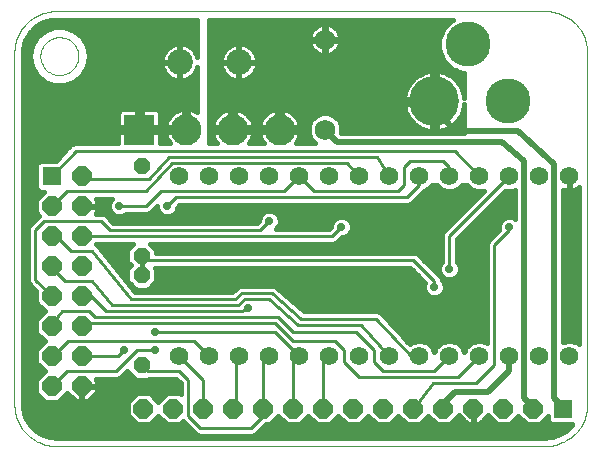
<source format=gtl>
G75*
G70*
%OFA0B0*%
%FSLAX24Y24*%
%IPPOS*%
%LPD*%
%AMOC8*
5,1,8,0,0,1.08239X$1,22.5*
%
%ADD10C,0.0000*%
%ADD11C,0.1660*%
%ADD12C,0.1502*%
%ADD13OC8,0.0560*%
%ADD14R,0.0640X0.0640*%
%ADD15OC8,0.0640*%
%ADD16C,0.1033*%
%ADD17R,0.1033X0.1033*%
%ADD18C,0.0680*%
%ADD19C,0.0620*%
%ADD20C,0.0860*%
%ADD21C,0.0200*%
%ADD22C,0.0160*%
%ADD23C,0.0280*%
%ADD24C,0.0100*%
D10*
X001580Y000180D02*
X017880Y000180D01*
X017953Y000182D01*
X018026Y000188D01*
X018099Y000197D01*
X018171Y000211D01*
X018242Y000228D01*
X018313Y000249D01*
X018382Y000273D01*
X018449Y000301D01*
X018516Y000333D01*
X018580Y000368D01*
X018642Y000406D01*
X018703Y000447D01*
X018761Y000492D01*
X018817Y000540D01*
X018870Y000590D01*
X018920Y000643D01*
X018968Y000699D01*
X019013Y000757D01*
X019054Y000818D01*
X019092Y000880D01*
X019127Y000944D01*
X019159Y001011D01*
X019187Y001078D01*
X019211Y001147D01*
X019232Y001218D01*
X019249Y001289D01*
X019263Y001361D01*
X019272Y001434D01*
X019278Y001507D01*
X019280Y001580D01*
X019280Y013280D01*
X019278Y013353D01*
X019272Y013426D01*
X019263Y013499D01*
X019249Y013571D01*
X019232Y013642D01*
X019211Y013713D01*
X019187Y013782D01*
X019159Y013849D01*
X019127Y013916D01*
X019092Y013980D01*
X019054Y014042D01*
X019013Y014103D01*
X018968Y014161D01*
X018920Y014217D01*
X018870Y014270D01*
X018817Y014320D01*
X018761Y014368D01*
X018703Y014413D01*
X018642Y014454D01*
X018580Y014492D01*
X018516Y014527D01*
X018449Y014559D01*
X018382Y014587D01*
X018313Y014611D01*
X018242Y014632D01*
X018171Y014649D01*
X018099Y014663D01*
X018026Y014672D01*
X017953Y014678D01*
X017880Y014680D01*
X001580Y014680D01*
X001507Y014678D01*
X001434Y014672D01*
X001361Y014663D01*
X001289Y014649D01*
X001218Y014632D01*
X001147Y014611D01*
X001078Y014587D01*
X001011Y014559D01*
X000944Y014527D01*
X000880Y014492D01*
X000818Y014454D01*
X000757Y014413D01*
X000699Y014368D01*
X000643Y014320D01*
X000590Y014270D01*
X000540Y014217D01*
X000492Y014161D01*
X000447Y014103D01*
X000406Y014042D01*
X000368Y013980D01*
X000333Y013916D01*
X000301Y013849D01*
X000273Y013782D01*
X000249Y013713D01*
X000228Y013642D01*
X000211Y013571D01*
X000197Y013499D01*
X000188Y013426D01*
X000182Y013353D01*
X000180Y013280D01*
X000180Y001580D01*
X000182Y001507D01*
X000188Y001434D01*
X000197Y001361D01*
X000211Y001289D01*
X000228Y001218D01*
X000249Y001147D01*
X000273Y001078D01*
X000301Y001011D01*
X000333Y000944D01*
X000368Y000880D01*
X000406Y000818D01*
X000447Y000757D01*
X000492Y000699D01*
X000540Y000643D01*
X000590Y000590D01*
X000643Y000540D01*
X000699Y000492D01*
X000757Y000447D01*
X000818Y000406D01*
X000880Y000368D01*
X000944Y000333D01*
X001011Y000301D01*
X001078Y000273D01*
X001147Y000249D01*
X001218Y000228D01*
X001289Y000211D01*
X001361Y000197D01*
X001434Y000188D01*
X001507Y000182D01*
X001580Y000180D01*
X001050Y013180D02*
X001052Y013230D01*
X001058Y013280D01*
X001068Y013329D01*
X001082Y013377D01*
X001099Y013424D01*
X001120Y013469D01*
X001145Y013513D01*
X001173Y013554D01*
X001205Y013593D01*
X001239Y013630D01*
X001276Y013664D01*
X001316Y013694D01*
X001358Y013721D01*
X001402Y013745D01*
X001448Y013766D01*
X001495Y013782D01*
X001543Y013795D01*
X001593Y013804D01*
X001642Y013809D01*
X001693Y013810D01*
X001743Y013807D01*
X001792Y013800D01*
X001841Y013789D01*
X001889Y013774D01*
X001935Y013756D01*
X001980Y013734D01*
X002023Y013708D01*
X002064Y013679D01*
X002103Y013647D01*
X002139Y013612D01*
X002171Y013574D01*
X002201Y013534D01*
X002228Y013491D01*
X002251Y013447D01*
X002270Y013401D01*
X002286Y013353D01*
X002298Y013304D01*
X002306Y013255D01*
X002310Y013205D01*
X002310Y013155D01*
X002306Y013105D01*
X002298Y013056D01*
X002286Y013007D01*
X002270Y012959D01*
X002251Y012913D01*
X002228Y012869D01*
X002201Y012826D01*
X002171Y012786D01*
X002139Y012748D01*
X002103Y012713D01*
X002064Y012681D01*
X002023Y012652D01*
X001980Y012626D01*
X001935Y012604D01*
X001889Y012586D01*
X001841Y012571D01*
X001792Y012560D01*
X001743Y012553D01*
X001693Y012550D01*
X001642Y012551D01*
X001593Y012556D01*
X001543Y012565D01*
X001495Y012578D01*
X001448Y012594D01*
X001402Y012615D01*
X001358Y012639D01*
X001316Y012666D01*
X001276Y012696D01*
X001239Y012730D01*
X001205Y012767D01*
X001173Y012806D01*
X001145Y012847D01*
X001120Y012891D01*
X001099Y012936D01*
X001082Y012983D01*
X001068Y013031D01*
X001058Y013080D01*
X001052Y013130D01*
X001050Y013180D01*
D11*
X014176Y011680D03*
D12*
X015298Y013570D03*
X016636Y011680D03*
D13*
X004430Y009530D03*
X004430Y006530D03*
X004430Y005880D03*
X004430Y002880D03*
D14*
X001430Y009180D03*
X018480Y001430D03*
D15*
X017480Y001430D03*
X016480Y001430D03*
X015480Y001430D03*
X014480Y001430D03*
X013480Y001430D03*
X012480Y001430D03*
X011480Y001430D03*
X010480Y001430D03*
X009480Y001430D03*
X008480Y001430D03*
X007480Y001430D03*
X006480Y001430D03*
X005480Y001430D03*
X004480Y001430D03*
X002430Y002180D03*
X001430Y002180D03*
X001430Y003180D03*
X002430Y003180D03*
X002430Y004180D03*
X001430Y004180D03*
X001430Y005180D03*
X002430Y005180D03*
X002430Y006180D03*
X001430Y006180D03*
X001430Y007180D03*
X002430Y007180D03*
X002430Y008180D03*
X001430Y008180D03*
X002430Y009180D03*
D16*
X005900Y010730D03*
X007460Y010730D03*
X009020Y010730D03*
D17*
X004340Y010730D03*
D18*
X010530Y010730D03*
X010530Y013730D03*
D19*
X010680Y009180D03*
X009680Y009180D03*
X008680Y009180D03*
X007680Y009180D03*
X006680Y009180D03*
X005680Y009180D03*
X011680Y009180D03*
X012680Y009180D03*
X013680Y009180D03*
X014680Y009180D03*
X015680Y009180D03*
X016680Y009180D03*
X017680Y009180D03*
X018680Y009180D03*
X018680Y003180D03*
X017680Y003180D03*
X016680Y003180D03*
X015680Y003180D03*
X014680Y003180D03*
X013680Y003180D03*
X012680Y003180D03*
X011680Y003180D03*
X010680Y003180D03*
X009680Y003180D03*
X008680Y003180D03*
X007680Y003180D03*
X006680Y003180D03*
X005680Y003180D03*
D20*
X005696Y012980D03*
X007664Y012980D03*
D21*
X010530Y010730D02*
X010930Y010330D01*
X016430Y010330D01*
X017180Y009680D01*
X017180Y001780D01*
X017480Y001480D01*
X017480Y001430D01*
X018180Y001780D02*
X018180Y009580D01*
X016980Y010680D01*
X014880Y010680D01*
X014080Y011580D01*
X014276Y011580D01*
X014176Y011680D01*
X016680Y003180D02*
X016680Y002680D01*
X015980Y001980D01*
X014880Y001980D01*
X014480Y001580D01*
X014480Y001430D01*
X018180Y001780D02*
X018480Y001480D01*
X018480Y001430D01*
D22*
X000898Y000691D02*
X000691Y000898D01*
X000545Y001151D01*
X000470Y001434D01*
X000460Y001580D01*
X000460Y013280D01*
X000470Y013426D01*
X000545Y013709D01*
X000545Y013709D01*
X000691Y013962D01*
X000898Y014169D01*
X001151Y014315D01*
X001395Y014380D01*
X006280Y014380D01*
X006280Y013156D01*
X006261Y013214D01*
X006217Y013300D01*
X006161Y013377D01*
X006093Y013445D01*
X006015Y013502D01*
X005930Y013545D01*
X005839Y013575D01*
X005744Y013590D01*
X005714Y013590D01*
X005714Y012998D01*
X005677Y012998D01*
X005677Y012962D01*
X005086Y012962D01*
X005086Y012932D01*
X005101Y012837D01*
X005130Y012746D01*
X005174Y012660D01*
X005230Y012583D01*
X005298Y012515D01*
X005376Y012458D01*
X005462Y012415D01*
X005553Y012385D01*
X005648Y012370D01*
X005677Y012370D01*
X005677Y012962D01*
X005714Y012962D01*
X005714Y012370D01*
X005744Y012370D01*
X005839Y012385D01*
X005930Y012415D01*
X006015Y012458D01*
X006093Y012515D01*
X006161Y012583D01*
X006217Y012660D01*
X006261Y012746D01*
X006280Y012804D01*
X006280Y011315D01*
X006209Y011356D01*
X006124Y011391D01*
X006036Y011415D01*
X005980Y011422D01*
X005980Y010810D01*
X005820Y010810D01*
X005820Y011422D01*
X005764Y011415D01*
X005676Y011391D01*
X005591Y011356D01*
X005512Y011311D01*
X005440Y011255D01*
X005375Y011190D01*
X005319Y011118D01*
X005274Y011039D01*
X005239Y010954D01*
X005215Y010866D01*
X005208Y010810D01*
X005820Y010810D01*
X005820Y010650D01*
X005208Y010650D01*
X005215Y010594D01*
X005239Y010506D01*
X005274Y010421D01*
X005319Y010342D01*
X005367Y010280D01*
X005037Y010280D01*
X005037Y010650D01*
X004420Y010650D01*
X004420Y010810D01*
X004260Y010810D01*
X004260Y011427D01*
X003800Y011427D01*
X003754Y011414D01*
X003713Y011391D01*
X003679Y011357D01*
X003656Y011316D01*
X003643Y011270D01*
X003643Y010810D01*
X004260Y010810D01*
X004260Y010650D01*
X003643Y010650D01*
X003643Y010280D01*
X002276Y010280D01*
X002272Y010281D01*
X002226Y010280D01*
X002180Y010280D01*
X002177Y010278D01*
X002173Y010278D01*
X002131Y010260D01*
X002088Y010242D01*
X002086Y010239D01*
X002082Y010238D01*
X002051Y010204D01*
X002018Y010172D01*
X002017Y010168D01*
X001576Y009700D01*
X001027Y009700D01*
X000910Y009583D01*
X000910Y008777D01*
X001027Y008660D01*
X001175Y008660D01*
X000910Y008395D01*
X000910Y007965D01*
X001011Y007864D01*
X000968Y007822D01*
X000668Y007522D01*
X000630Y007430D01*
X000630Y005680D01*
X000668Y005588D01*
X000738Y005518D01*
X000910Y005346D01*
X000910Y004965D01*
X001195Y004680D01*
X000910Y004395D01*
X000910Y003965D01*
X001195Y003680D01*
X000910Y003395D01*
X000910Y002965D01*
X001195Y002680D01*
X000910Y002395D01*
X000910Y001965D01*
X001215Y001660D01*
X001645Y001660D01*
X001944Y001959D01*
X002223Y001680D01*
X002410Y001680D01*
X002410Y002160D01*
X002450Y002160D01*
X002450Y002200D01*
X002930Y002200D01*
X002930Y002387D01*
X002887Y002430D01*
X003630Y002430D01*
X003722Y002468D01*
X003950Y002696D01*
X003950Y002681D01*
X004231Y002400D01*
X004629Y002400D01*
X004659Y002430D01*
X005576Y002430D01*
X005730Y002276D01*
X005730Y001915D01*
X005695Y001950D01*
X005265Y001950D01*
X004980Y001665D01*
X004695Y001950D01*
X004265Y001950D01*
X003960Y001645D01*
X003960Y001215D01*
X004265Y000910D01*
X004695Y000910D01*
X004980Y001195D01*
X005265Y000910D01*
X005695Y000910D01*
X005796Y001011D01*
X005838Y000968D01*
X006238Y000568D01*
X006330Y000530D01*
X008130Y000530D01*
X008222Y000568D01*
X008292Y000638D01*
X008564Y000910D01*
X008695Y000910D01*
X008980Y001195D01*
X009265Y000910D01*
X009695Y000910D01*
X009980Y001195D01*
X010265Y000910D01*
X010695Y000910D01*
X010980Y001195D01*
X011265Y000910D01*
X011695Y000910D01*
X011980Y001195D01*
X012265Y000910D01*
X012695Y000910D01*
X012980Y001195D01*
X013265Y000910D01*
X013695Y000910D01*
X013980Y001195D01*
X014265Y000910D01*
X014695Y000910D01*
X014994Y001209D01*
X015273Y000930D01*
X015460Y000930D01*
X015460Y001410D01*
X015500Y001410D01*
X015500Y000930D01*
X015687Y000930D01*
X015966Y001209D01*
X016265Y000910D01*
X016695Y000910D01*
X016980Y001195D01*
X017265Y000910D01*
X017695Y000910D01*
X017960Y001175D01*
X017960Y001027D01*
X018077Y000910D01*
X018775Y000910D01*
X018769Y000898D01*
X018562Y000691D01*
X018309Y000545D01*
X018026Y000470D01*
X017880Y000460D01*
X001580Y000460D01*
X001434Y000470D01*
X001151Y000545D01*
X000898Y000691D01*
X000960Y000656D02*
X006151Y000656D01*
X005992Y000814D02*
X000776Y000814D01*
X000649Y000973D02*
X004202Y000973D01*
X004044Y001131D02*
X000557Y001131D01*
X000508Y001290D02*
X003960Y001290D01*
X003960Y001448D02*
X000469Y001448D01*
X000460Y001607D02*
X003960Y001607D01*
X004080Y001765D02*
X002722Y001765D01*
X002637Y001680D02*
X002930Y001973D01*
X002930Y002160D01*
X002450Y002160D01*
X002450Y001680D01*
X002637Y001680D01*
X002450Y001765D02*
X002410Y001765D01*
X002410Y001924D02*
X002450Y001924D01*
X002450Y002082D02*
X002410Y002082D01*
X002881Y001924D02*
X004238Y001924D01*
X004722Y001924D02*
X005238Y001924D01*
X005080Y001765D02*
X004880Y001765D01*
X004916Y001131D02*
X005044Y001131D01*
X005202Y000973D02*
X004758Y000973D01*
X005758Y000973D02*
X005834Y000973D01*
X005730Y001924D02*
X005722Y001924D01*
X005730Y002082D02*
X002930Y002082D01*
X002930Y002241D02*
X005730Y002241D01*
X005607Y002399D02*
X002918Y002399D01*
X003811Y002558D02*
X004074Y002558D01*
X002138Y001765D02*
X001750Y001765D01*
X001909Y001924D02*
X001979Y001924D01*
X001110Y001765D02*
X000460Y001765D01*
X000460Y001924D02*
X000951Y001924D01*
X000910Y002082D02*
X000460Y002082D01*
X000460Y002241D02*
X000910Y002241D01*
X000914Y002399D02*
X000460Y002399D01*
X000460Y002558D02*
X001072Y002558D01*
X001159Y002716D02*
X000460Y002716D01*
X000460Y002875D02*
X001000Y002875D01*
X000910Y003033D02*
X000460Y003033D01*
X000460Y003192D02*
X000910Y003192D01*
X000910Y003350D02*
X000460Y003350D01*
X000460Y003509D02*
X001023Y003509D01*
X001182Y003667D02*
X000460Y003667D01*
X000460Y003826D02*
X001049Y003826D01*
X000910Y003984D02*
X000460Y003984D01*
X000460Y004143D02*
X000910Y004143D01*
X000910Y004301D02*
X000460Y004301D01*
X000460Y004460D02*
X000974Y004460D01*
X001133Y004618D02*
X000460Y004618D01*
X000460Y004777D02*
X001098Y004777D01*
X000940Y004935D02*
X000460Y004935D01*
X000460Y005094D02*
X000910Y005094D01*
X000910Y005252D02*
X000460Y005252D01*
X000460Y005411D02*
X000846Y005411D01*
X000687Y005569D02*
X000460Y005569D01*
X000460Y005728D02*
X000630Y005728D01*
X000630Y005886D02*
X000460Y005886D01*
X000460Y006045D02*
X000630Y006045D01*
X000630Y006203D02*
X000460Y006203D01*
X000460Y006362D02*
X000630Y006362D01*
X000630Y006520D02*
X000460Y006520D01*
X000460Y006679D02*
X000630Y006679D01*
X000630Y006837D02*
X000460Y006837D01*
X000460Y006996D02*
X000630Y006996D01*
X000630Y007154D02*
X000460Y007154D01*
X000460Y007313D02*
X000630Y007313D01*
X000647Y007471D02*
X000460Y007471D01*
X000460Y007630D02*
X000776Y007630D01*
X000934Y007788D02*
X000460Y007788D01*
X000460Y007947D02*
X000928Y007947D01*
X000910Y008105D02*
X000460Y008105D01*
X000460Y008264D02*
X000910Y008264D01*
X000937Y008422D02*
X000460Y008422D01*
X000460Y008581D02*
X001095Y008581D01*
X000948Y008739D02*
X000460Y008739D01*
X000460Y008898D02*
X000910Y008898D01*
X000910Y009056D02*
X000460Y009056D01*
X000460Y009215D02*
X000910Y009215D01*
X000910Y009373D02*
X000460Y009373D01*
X000460Y009532D02*
X000910Y009532D01*
X001017Y009690D02*
X000460Y009690D01*
X000460Y009849D02*
X001716Y009849D01*
X001865Y010007D02*
X000460Y010007D01*
X000460Y010166D02*
X002014Y010166D01*
X000460Y010324D02*
X003643Y010324D01*
X003643Y010483D02*
X000460Y010483D01*
X000460Y010641D02*
X003643Y010641D01*
X003643Y010958D02*
X000460Y010958D01*
X000460Y010800D02*
X004260Y010800D01*
X004260Y010958D02*
X004420Y010958D01*
X004420Y010810D02*
X004420Y011427D01*
X004880Y011427D01*
X004926Y011414D01*
X004967Y011391D01*
X005001Y011357D01*
X005024Y011316D01*
X005037Y011270D01*
X005037Y010810D01*
X004420Y010810D01*
X004420Y010800D02*
X005820Y010800D01*
X005820Y010958D02*
X005980Y010958D01*
X005980Y011117D02*
X005820Y011117D01*
X005820Y011275D02*
X005980Y011275D01*
X006280Y011434D02*
X000460Y011434D01*
X000460Y011275D02*
X003644Y011275D01*
X003643Y011117D02*
X000460Y011117D01*
X000460Y011592D02*
X006280Y011592D01*
X006280Y011751D02*
X000460Y011751D01*
X000460Y011909D02*
X006280Y011909D01*
X006280Y012068D02*
X000460Y012068D01*
X000460Y012226D02*
X001465Y012226D01*
X001509Y012210D02*
X001632Y012210D01*
X001851Y012210D01*
X002172Y012327D01*
X002172Y012327D01*
X002435Y012547D01*
X002606Y012843D01*
X002665Y013180D01*
X002606Y013517D01*
X002435Y013813D01*
X002172Y014033D01*
X001851Y014150D01*
X001509Y014150D01*
X001188Y014033D01*
X001188Y014033D01*
X000925Y013813D01*
X000754Y013517D01*
X000754Y013517D01*
X000695Y013180D01*
X000754Y012843D01*
X000925Y012547D01*
X000925Y012547D01*
X001188Y012327D01*
X001509Y012210D01*
X001188Y012327D02*
X001188Y012327D01*
X001119Y012385D02*
X000460Y012385D01*
X000460Y012543D02*
X000930Y012543D01*
X000836Y012702D02*
X000460Y012702D01*
X000460Y012860D02*
X000751Y012860D01*
X000754Y012843D02*
X000754Y012843D01*
X000724Y013019D02*
X000460Y013019D01*
X000460Y013177D02*
X000696Y013177D01*
X000695Y013180D02*
X000695Y013180D01*
X000722Y013336D02*
X000464Y013336D01*
X000488Y013494D02*
X000750Y013494D01*
X000833Y013653D02*
X000530Y013653D01*
X000604Y013811D02*
X000924Y013811D01*
X000925Y013813D02*
X000925Y013813D01*
X000925Y013813D01*
X001112Y013970D02*
X000699Y013970D01*
X000858Y014128D02*
X001449Y014128D01*
X001103Y014287D02*
X006280Y014287D01*
X006280Y014128D02*
X001911Y014128D01*
X002172Y014033D02*
X002172Y014033D01*
X002248Y013970D02*
X006280Y013970D01*
X006280Y013811D02*
X002436Y013811D01*
X002435Y013813D02*
X002435Y013813D01*
X002527Y013653D02*
X006280Y013653D01*
X006280Y013494D02*
X006026Y013494D01*
X006191Y013336D02*
X006280Y013336D01*
X006273Y013177D02*
X006280Y013177D01*
X006680Y013177D02*
X007087Y013177D01*
X007099Y013214D02*
X007069Y013123D01*
X007054Y013028D01*
X007054Y012998D01*
X007646Y012998D01*
X007646Y012962D01*
X007054Y012962D01*
X007054Y012932D01*
X007069Y012837D01*
X007099Y012746D01*
X007143Y012660D01*
X007199Y012583D01*
X007267Y012515D01*
X007345Y012458D01*
X007430Y012415D01*
X007521Y012385D01*
X007616Y012370D01*
X007646Y012370D01*
X007646Y012962D01*
X007683Y012962D01*
X007683Y012998D01*
X008274Y012998D01*
X008274Y013028D01*
X008259Y013123D01*
X008230Y013214D01*
X008186Y013300D01*
X008130Y013377D01*
X008062Y013445D01*
X007984Y013502D01*
X007898Y013545D01*
X007807Y013575D01*
X007712Y013590D01*
X007683Y013590D01*
X007683Y012998D01*
X007646Y012998D01*
X007646Y013590D01*
X007616Y013590D01*
X007521Y013575D01*
X007430Y013545D01*
X007345Y013502D01*
X007267Y013445D01*
X007199Y013377D01*
X007143Y013300D01*
X007099Y013214D01*
X007169Y013336D02*
X006680Y013336D01*
X006680Y013494D02*
X007334Y013494D01*
X007646Y013494D02*
X007683Y013494D01*
X007683Y013336D02*
X007646Y013336D01*
X007646Y013177D02*
X007683Y013177D01*
X007683Y013019D02*
X007646Y013019D01*
X007683Y012962D02*
X008274Y012962D01*
X008274Y012932D01*
X008259Y012837D01*
X008230Y012746D01*
X008186Y012660D01*
X008130Y012583D01*
X008062Y012515D01*
X007984Y012458D01*
X007898Y012415D01*
X007807Y012385D01*
X007712Y012370D01*
X007683Y012370D01*
X007683Y012962D01*
X007683Y012860D02*
X007646Y012860D01*
X007646Y012702D02*
X007683Y012702D01*
X007683Y012543D02*
X007646Y012543D01*
X007646Y012385D02*
X007683Y012385D01*
X007804Y012385D02*
X013452Y012385D01*
X013421Y012354D02*
X013351Y012265D01*
X013290Y012169D01*
X013241Y012067D01*
X013204Y011960D01*
X013178Y011849D01*
X013168Y011760D01*
X014096Y011760D01*
X014096Y012687D01*
X014006Y012677D01*
X013896Y012652D01*
X013789Y012615D01*
X013686Y012565D01*
X013590Y012505D01*
X013502Y012434D01*
X013421Y012354D01*
X013326Y012226D02*
X006680Y012226D01*
X006680Y012068D02*
X013241Y012068D01*
X013192Y011909D02*
X006680Y011909D01*
X006680Y011751D02*
X014096Y011751D01*
X014096Y011760D02*
X014096Y011600D01*
X014256Y011600D01*
X014256Y010673D01*
X014345Y010683D01*
X014456Y010708D01*
X014563Y010745D01*
X014665Y010795D01*
X014761Y010855D01*
X014850Y010926D01*
X014930Y011006D01*
X015001Y011095D01*
X015061Y011191D01*
X015110Y011293D01*
X015148Y011400D01*
X015173Y011511D01*
X015180Y011574D01*
X015180Y010630D01*
X011070Y010630D01*
X011070Y010837D01*
X010988Y011036D01*
X010836Y011188D01*
X010637Y011270D01*
X010423Y011270D01*
X010224Y011188D01*
X010072Y011036D01*
X009990Y010837D01*
X009990Y010623D01*
X010072Y010424D01*
X010216Y010280D01*
X009553Y010280D01*
X009601Y010342D01*
X009646Y010421D01*
X009681Y010506D01*
X009705Y010594D01*
X009712Y010650D01*
X009100Y010650D01*
X009100Y010810D01*
X008940Y010810D01*
X008940Y011422D01*
X008884Y011415D01*
X008796Y011391D01*
X008711Y011356D01*
X008632Y011311D01*
X008560Y011255D01*
X008495Y011190D01*
X008439Y011118D01*
X008394Y011039D01*
X008359Y010954D01*
X008335Y010866D01*
X008328Y010810D01*
X008940Y010810D01*
X008940Y010650D01*
X008328Y010650D01*
X008335Y010594D01*
X008359Y010506D01*
X008394Y010421D01*
X008439Y010342D01*
X008487Y010280D01*
X007993Y010280D01*
X008041Y010342D01*
X008086Y010421D01*
X008121Y010506D01*
X008145Y010594D01*
X008152Y010650D01*
X007540Y010650D01*
X007540Y010810D01*
X007380Y010810D01*
X007380Y011422D01*
X007324Y011415D01*
X007236Y011391D01*
X007151Y011356D01*
X007072Y011311D01*
X007000Y011255D01*
X006935Y011190D01*
X006879Y011118D01*
X006834Y011039D01*
X006799Y010954D01*
X006775Y010866D01*
X006768Y010810D01*
X007380Y010810D01*
X007380Y010650D01*
X006768Y010650D01*
X006775Y010594D01*
X006799Y010506D01*
X006834Y010421D01*
X006879Y010342D01*
X006927Y010280D01*
X006680Y010280D01*
X006680Y014400D01*
X014817Y014400D01*
X014759Y014376D01*
X014491Y014109D01*
X014347Y013759D01*
X014347Y013381D01*
X014491Y013031D01*
X014759Y012763D01*
X015109Y012619D01*
X015180Y012619D01*
X015180Y011786D01*
X015173Y011849D01*
X015148Y011960D01*
X015110Y012067D01*
X015061Y012169D01*
X015001Y012265D01*
X014930Y012354D01*
X014850Y012434D01*
X014761Y012505D01*
X014665Y012565D01*
X014563Y012615D01*
X014456Y012652D01*
X014345Y012677D01*
X014256Y012687D01*
X014256Y011760D01*
X014096Y011760D01*
X014096Y011909D02*
X014256Y011909D01*
X014256Y012068D02*
X014096Y012068D01*
X014096Y012226D02*
X014256Y012226D01*
X014256Y012385D02*
X014096Y012385D01*
X014096Y012543D02*
X014256Y012543D01*
X014700Y012543D02*
X015180Y012543D01*
X015180Y012385D02*
X014899Y012385D01*
X015025Y012226D02*
X015180Y012226D01*
X015180Y012068D02*
X015110Y012068D01*
X015159Y011909D02*
X015180Y011909D01*
X015155Y011434D02*
X015180Y011434D01*
X015180Y011275D02*
X015102Y011275D01*
X015180Y011117D02*
X015014Y011117D01*
X014882Y010958D02*
X015180Y010958D01*
X015180Y010800D02*
X014673Y010800D01*
X014256Y010800D02*
X014096Y010800D01*
X014096Y010673D02*
X014006Y010683D01*
X013896Y010708D01*
X013789Y010745D01*
X013686Y010795D01*
X013590Y010855D01*
X013502Y010926D01*
X013421Y011006D01*
X013351Y011095D01*
X013290Y011191D01*
X013241Y011293D01*
X013204Y011400D01*
X013178Y011511D01*
X013168Y011600D01*
X014096Y011600D01*
X014096Y010673D01*
X014096Y010958D02*
X014256Y010958D01*
X014256Y011117D02*
X014096Y011117D01*
X014096Y011275D02*
X014256Y011275D01*
X014256Y011434D02*
X014096Y011434D01*
X014096Y011592D02*
X014256Y011592D01*
X013469Y010958D02*
X011020Y010958D01*
X011070Y010800D02*
X013679Y010800D01*
X013337Y011117D02*
X010907Y011117D01*
X011070Y010641D02*
X015180Y010641D01*
X013250Y011275D02*
X009454Y011275D01*
X009480Y011255D02*
X009408Y011311D01*
X009329Y011356D01*
X009244Y011391D01*
X009156Y011415D01*
X009100Y011422D01*
X009100Y010810D01*
X009712Y010810D01*
X009705Y010866D01*
X009681Y010954D01*
X009646Y011039D01*
X009601Y011118D01*
X009545Y011190D01*
X009480Y011255D01*
X009601Y011117D02*
X010153Y011117D01*
X010040Y010958D02*
X009680Y010958D01*
X009990Y010800D02*
X009100Y010800D01*
X009100Y010958D02*
X008940Y010958D01*
X008940Y010800D02*
X007540Y010800D01*
X007540Y010810D02*
X008152Y010810D01*
X008145Y010866D01*
X008121Y010954D01*
X008086Y011039D01*
X008041Y011118D01*
X007985Y011190D01*
X007920Y011255D01*
X007848Y011311D01*
X007769Y011356D01*
X007684Y011391D01*
X007596Y011415D01*
X007540Y011422D01*
X007540Y010810D01*
X007540Y010958D02*
X007380Y010958D01*
X007380Y010800D02*
X006680Y010800D01*
X006680Y010958D02*
X006800Y010958D01*
X006879Y011117D02*
X006680Y011117D01*
X006680Y011275D02*
X007026Y011275D01*
X007380Y011275D02*
X007540Y011275D01*
X007540Y011117D02*
X007380Y011117D01*
X007894Y011275D02*
X008586Y011275D01*
X008439Y011117D02*
X008041Y011117D01*
X008120Y010958D02*
X008360Y010958D01*
X008329Y010641D02*
X008151Y010641D01*
X008112Y010483D02*
X008368Y010483D01*
X008453Y010324D02*
X008027Y010324D01*
X008940Y011117D02*
X009100Y011117D01*
X009100Y011275D02*
X008940Y011275D01*
X009711Y010641D02*
X009990Y010641D01*
X010048Y010483D02*
X009672Y010483D01*
X009587Y010324D02*
X010172Y010324D01*
X007525Y012385D02*
X006680Y012385D01*
X006680Y012543D02*
X007239Y012543D01*
X007122Y012702D02*
X006680Y012702D01*
X006680Y012860D02*
X007066Y012860D01*
X007054Y013019D02*
X006680Y013019D01*
X006280Y012702D02*
X006238Y012702D01*
X006280Y012543D02*
X006121Y012543D01*
X006280Y012385D02*
X005835Y012385D01*
X005714Y012385D02*
X005677Y012385D01*
X005556Y012385D02*
X002241Y012385D01*
X002430Y012543D02*
X005270Y012543D01*
X005153Y012702D02*
X002524Y012702D01*
X002606Y012843D02*
X002606Y012843D01*
X002609Y012860D02*
X005097Y012860D01*
X005086Y012998D02*
X005677Y012998D01*
X005677Y013590D01*
X005648Y013590D01*
X005553Y013575D01*
X005462Y013545D01*
X005376Y013502D01*
X005298Y013445D01*
X005230Y013377D01*
X005174Y013300D01*
X005130Y013214D01*
X005101Y013123D01*
X005086Y013028D01*
X005086Y012998D01*
X005086Y013019D02*
X002636Y013019D01*
X002664Y013177D02*
X005118Y013177D01*
X005200Y013336D02*
X002638Y013336D01*
X002665Y013180D02*
X002665Y013180D01*
X002610Y013494D02*
X005365Y013494D01*
X005677Y013494D02*
X005714Y013494D01*
X005714Y013336D02*
X005677Y013336D01*
X005677Y013177D02*
X005714Y013177D01*
X005714Y013019D02*
X005677Y013019D01*
X005677Y012860D02*
X005714Y012860D01*
X005714Y012702D02*
X005677Y012702D01*
X005677Y012543D02*
X005714Y012543D01*
X006280Y012226D02*
X001895Y012226D01*
X002435Y012547D02*
X002435Y012547D01*
X002435Y012547D01*
X002606Y013517D02*
X002606Y013517D01*
X004260Y011275D02*
X004420Y011275D01*
X004420Y011117D02*
X004260Y011117D01*
X005037Y011117D02*
X005319Y011117D01*
X005240Y010958D02*
X005037Y010958D01*
X005037Y010641D02*
X005209Y010641D01*
X005248Y010483D02*
X005037Y010483D01*
X005037Y010324D02*
X005333Y010324D01*
X005466Y011275D02*
X005036Y011275D01*
X006680Y011434D02*
X013196Y011434D01*
X013169Y011592D02*
X006680Y011592D01*
X006680Y010641D02*
X006769Y010641D01*
X006808Y010483D02*
X006680Y010483D01*
X006680Y010324D02*
X006893Y010324D01*
X005684Y008230D02*
X013330Y008230D01*
X013422Y008268D01*
X013822Y008668D01*
X013853Y008700D01*
X013969Y008748D01*
X014101Y008880D01*
X014259Y008880D01*
X014391Y008748D01*
X014579Y008670D01*
X014781Y008670D01*
X014969Y008748D01*
X015101Y008880D01*
X015259Y008880D01*
X015391Y008748D01*
X015579Y008670D01*
X015781Y008670D01*
X015841Y008695D01*
X014468Y007322D01*
X014430Y007230D01*
X014430Y006311D01*
X014392Y006273D01*
X014340Y006148D01*
X014340Y006012D01*
X014392Y005887D01*
X014487Y005792D01*
X014612Y005740D01*
X014748Y005740D01*
X014873Y005792D01*
X014968Y005887D01*
X015020Y006012D01*
X015020Y006148D01*
X014968Y006273D01*
X014930Y006311D01*
X014930Y007076D01*
X016540Y008686D01*
X016579Y008670D01*
X016781Y008670D01*
X016880Y008711D01*
X016880Y007761D01*
X016873Y007768D01*
X016748Y007820D01*
X016612Y007820D01*
X016487Y007768D01*
X016392Y007673D01*
X016340Y007548D01*
X016340Y007412D01*
X016346Y007399D01*
X015968Y007022D01*
X015930Y006930D01*
X015930Y003628D01*
X015781Y003690D01*
X015579Y003690D01*
X015391Y003612D01*
X015248Y003469D01*
X015180Y003306D01*
X015112Y003469D01*
X014969Y003612D01*
X014781Y003690D01*
X014579Y003690D01*
X014391Y003612D01*
X014248Y003469D01*
X014180Y003306D01*
X014112Y003469D01*
X013969Y003612D01*
X013781Y003690D01*
X013579Y003690D01*
X013391Y003612D01*
X013360Y003582D01*
X012454Y004567D01*
X012452Y004572D01*
X012421Y004603D01*
X012391Y004636D01*
X012386Y004638D01*
X012382Y004642D01*
X012341Y004659D01*
X012300Y004678D01*
X012295Y004678D01*
X012290Y004680D01*
X012245Y004680D01*
X012201Y004682D01*
X012196Y004680D01*
X009826Y004680D01*
X008952Y005462D01*
X008922Y005492D01*
X008915Y005495D01*
X008910Y005499D01*
X008869Y005514D01*
X008830Y005530D01*
X008823Y005530D01*
X008816Y005532D01*
X008773Y005530D01*
X007794Y005530D01*
X007758Y005534D01*
X007745Y005530D01*
X007730Y005530D01*
X007697Y005516D01*
X007663Y005506D01*
X007652Y005497D01*
X007638Y005492D01*
X007613Y005467D01*
X007442Y005330D01*
X004199Y005330D01*
X002997Y006809D01*
X002992Y006822D01*
X002966Y006848D01*
X002943Y006876D01*
X002931Y006883D01*
X002922Y006892D01*
X002890Y006905D01*
X002915Y006930D01*
X004151Y006930D01*
X003950Y006729D01*
X003950Y006331D01*
X004076Y006205D01*
X003950Y006079D01*
X003950Y005681D01*
X004231Y005400D01*
X004629Y005400D01*
X004910Y005681D01*
X004910Y006079D01*
X004859Y006130D01*
X013376Y006130D01*
X013875Y005632D01*
X013840Y005548D01*
X013840Y005412D01*
X013892Y005287D01*
X013987Y005192D01*
X014112Y005140D01*
X014248Y005140D01*
X014373Y005192D01*
X014468Y005287D01*
X014520Y005412D01*
X014520Y005548D01*
X014468Y005673D01*
X014430Y005711D01*
X014430Y005730D01*
X014392Y005822D01*
X013622Y006592D01*
X013530Y006630D01*
X004910Y006630D01*
X004910Y006729D01*
X004709Y006930D01*
X010830Y006930D01*
X010922Y006968D01*
X011094Y007140D01*
X011148Y007140D01*
X011273Y007192D01*
X011368Y007287D01*
X011420Y007412D01*
X011420Y007548D01*
X011368Y007673D01*
X011273Y007768D01*
X011148Y007820D01*
X011012Y007820D01*
X010887Y007768D01*
X010792Y007673D01*
X010740Y007548D01*
X010740Y007494D01*
X010676Y007430D01*
X008911Y007430D01*
X008968Y007487D01*
X009020Y007612D01*
X009020Y007748D01*
X008968Y007873D01*
X008873Y007968D01*
X008748Y008020D01*
X008612Y008020D01*
X008487Y007968D01*
X008392Y007873D01*
X008340Y007748D01*
X008340Y007694D01*
X008276Y007630D01*
X003484Y007630D01*
X003222Y007892D01*
X003130Y007930D01*
X002887Y007930D01*
X002930Y007973D01*
X002930Y008160D01*
X002450Y008160D01*
X002450Y008200D01*
X002930Y008200D01*
X002930Y008387D01*
X002887Y008430D01*
X003449Y008430D01*
X003392Y008373D01*
X003340Y008248D01*
X003340Y008112D01*
X003392Y007987D01*
X003487Y007892D01*
X003612Y007840D01*
X003748Y007840D01*
X003873Y007892D01*
X003911Y007930D01*
X004630Y007930D01*
X004722Y007968D01*
X004940Y008186D01*
X004940Y008112D01*
X004992Y007987D01*
X005087Y007892D01*
X005212Y007840D01*
X005348Y007840D01*
X005473Y007892D01*
X005568Y007987D01*
X005620Y008112D01*
X005620Y008166D01*
X005684Y008230D01*
X005617Y008105D02*
X015251Y008105D01*
X015093Y007947D02*
X008894Y007947D01*
X009003Y007788D02*
X010935Y007788D01*
X010774Y007630D02*
X009020Y007630D01*
X008952Y007471D02*
X010717Y007471D01*
X011181Y007154D02*
X014430Y007154D01*
X014430Y006996D02*
X010949Y006996D01*
X011379Y007313D02*
X014464Y007313D01*
X014617Y007471D02*
X011420Y007471D01*
X011386Y007630D02*
X014776Y007630D01*
X014934Y007788D02*
X011225Y007788D01*
X013411Y008264D02*
X015410Y008264D01*
X015568Y008422D02*
X013576Y008422D01*
X013734Y008581D02*
X015727Y008581D01*
X015412Y008739D02*
X014948Y008739D01*
X014412Y008739D02*
X013948Y008739D01*
X015325Y007471D02*
X016340Y007471D01*
X016374Y007630D02*
X015483Y007630D01*
X015642Y007788D02*
X016535Y007788D01*
X016825Y007788D02*
X016880Y007788D01*
X016880Y007947D02*
X015800Y007947D01*
X015959Y008105D02*
X016880Y008105D01*
X016880Y008264D02*
X016117Y008264D01*
X016276Y008422D02*
X016880Y008422D01*
X016880Y008581D02*
X016434Y008581D01*
X016259Y007313D02*
X015166Y007313D01*
X015008Y007154D02*
X016100Y007154D01*
X015957Y006996D02*
X014930Y006996D01*
X014930Y006837D02*
X015930Y006837D01*
X015930Y006679D02*
X014930Y006679D01*
X014930Y006520D02*
X015930Y006520D01*
X015930Y006362D02*
X014930Y006362D01*
X014997Y006203D02*
X015930Y006203D01*
X015930Y006045D02*
X015020Y006045D01*
X014967Y005886D02*
X015930Y005886D01*
X015930Y005728D02*
X014430Y005728D01*
X014393Y005886D02*
X014328Y005886D01*
X014340Y006045D02*
X014169Y006045D01*
X014011Y006203D02*
X014363Y006203D01*
X014430Y006362D02*
X013852Y006362D01*
X013694Y006520D02*
X014430Y006520D01*
X014430Y006679D02*
X004910Y006679D01*
X004802Y006837D02*
X014430Y006837D01*
X013462Y006045D02*
X004910Y006045D01*
X004910Y005886D02*
X013620Y005886D01*
X013779Y005728D02*
X004910Y005728D01*
X004798Y005569D02*
X013849Y005569D01*
X013841Y005411D02*
X009009Y005411D01*
X009186Y005252D02*
X013927Y005252D01*
X014433Y005252D02*
X015930Y005252D01*
X015930Y005094D02*
X009363Y005094D01*
X009541Y004935D02*
X015930Y004935D01*
X015930Y004777D02*
X009718Y004777D01*
X007543Y005411D02*
X004639Y005411D01*
X004221Y005411D02*
X004134Y005411D01*
X004062Y005569D02*
X004005Y005569D01*
X003950Y005728D02*
X003876Y005728D01*
X003950Y005886D02*
X003747Y005886D01*
X003618Y006045D02*
X003950Y006045D01*
X004074Y006203D02*
X003490Y006203D01*
X003361Y006362D02*
X003950Y006362D01*
X003950Y006520D02*
X003232Y006520D01*
X003103Y006679D02*
X003950Y006679D01*
X004058Y006837D02*
X002977Y006837D01*
X003326Y007788D02*
X008357Y007788D01*
X008466Y007947D02*
X005527Y007947D01*
X005033Y007947D02*
X004670Y007947D01*
X004859Y008105D02*
X004943Y008105D01*
X003433Y007947D02*
X002904Y007947D01*
X002930Y008105D02*
X003343Y008105D01*
X003347Y008264D02*
X002930Y008264D01*
X002895Y008422D02*
X003441Y008422D01*
X004430Y006530D02*
X004430Y005880D01*
X008916Y001131D02*
X009044Y001131D01*
X009202Y000973D02*
X008758Y000973D01*
X008468Y000814D02*
X018684Y000814D01*
X018500Y000656D02*
X008309Y000656D01*
X009758Y000973D02*
X010202Y000973D01*
X010044Y001131D02*
X009916Y001131D01*
X010758Y000973D02*
X011202Y000973D01*
X011044Y001131D02*
X010916Y001131D01*
X011758Y000973D02*
X012202Y000973D01*
X012044Y001131D02*
X011916Y001131D01*
X012758Y000973D02*
X013202Y000973D01*
X013044Y001131D02*
X012916Y001131D01*
X013758Y000973D02*
X014202Y000973D01*
X014044Y001131D02*
X013916Y001131D01*
X014758Y000973D02*
X015230Y000973D01*
X015072Y001131D02*
X014916Y001131D01*
X015460Y001131D02*
X015500Y001131D01*
X015500Y000973D02*
X015460Y000973D01*
X015730Y000973D02*
X016202Y000973D01*
X016044Y001131D02*
X015888Y001131D01*
X015500Y001290D02*
X015460Y001290D01*
X016758Y000973D02*
X017202Y000973D01*
X017044Y001131D02*
X016916Y001131D01*
X017758Y000973D02*
X018015Y000973D01*
X017960Y001131D02*
X017916Y001131D01*
X018129Y000497D02*
X001331Y000497D01*
X012407Y004618D02*
X015930Y004618D01*
X015930Y004460D02*
X012553Y004460D01*
X012699Y004301D02*
X015930Y004301D01*
X015930Y004143D02*
X012844Y004143D01*
X012990Y003984D02*
X015930Y003984D01*
X015930Y003826D02*
X013136Y003826D01*
X013282Y003667D02*
X013523Y003667D01*
X013837Y003667D02*
X014523Y003667D01*
X014287Y003509D02*
X014073Y003509D01*
X014162Y003350D02*
X014198Y003350D01*
X014837Y003667D02*
X015523Y003667D01*
X015287Y003509D02*
X015073Y003509D01*
X015162Y003350D02*
X015198Y003350D01*
X015837Y003667D02*
X015930Y003667D01*
X015930Y005411D02*
X014519Y005411D01*
X014511Y005569D02*
X015930Y005569D01*
X018480Y005569D02*
X019000Y005569D01*
X019000Y005411D02*
X018480Y005411D01*
X018480Y005252D02*
X019000Y005252D01*
X019000Y005094D02*
X018480Y005094D01*
X018480Y004935D02*
X019000Y004935D01*
X019000Y004777D02*
X018480Y004777D01*
X018480Y004618D02*
X019000Y004618D01*
X019000Y004460D02*
X018480Y004460D01*
X018480Y004301D02*
X019000Y004301D01*
X019000Y004143D02*
X018480Y004143D01*
X018480Y003984D02*
X019000Y003984D01*
X019000Y003826D02*
X018480Y003826D01*
X018480Y003667D02*
X018523Y003667D01*
X018480Y003649D02*
X018480Y008732D01*
X018492Y008726D01*
X018565Y008702D01*
X018641Y008690D01*
X018665Y008690D01*
X018665Y008880D01*
X018695Y008880D01*
X018695Y008690D01*
X018719Y008690D01*
X018795Y008702D01*
X018868Y008726D01*
X018937Y008761D01*
X018999Y008806D01*
X019000Y008807D01*
X019000Y003581D01*
X018969Y003612D01*
X018781Y003690D01*
X018579Y003690D01*
X018480Y003649D01*
X018837Y003667D02*
X019000Y003667D01*
X019000Y005728D02*
X018480Y005728D01*
X018480Y005886D02*
X019000Y005886D01*
X019000Y006045D02*
X018480Y006045D01*
X018480Y006203D02*
X019000Y006203D01*
X019000Y006362D02*
X018480Y006362D01*
X018480Y006520D02*
X019000Y006520D01*
X019000Y006679D02*
X018480Y006679D01*
X018480Y006837D02*
X019000Y006837D01*
X019000Y006996D02*
X018480Y006996D01*
X018480Y007154D02*
X019000Y007154D01*
X019000Y007313D02*
X018480Y007313D01*
X018480Y007471D02*
X019000Y007471D01*
X019000Y007630D02*
X018480Y007630D01*
X018480Y007788D02*
X019000Y007788D01*
X019000Y007947D02*
X018480Y007947D01*
X018480Y008105D02*
X019000Y008105D01*
X019000Y008264D02*
X018480Y008264D01*
X018480Y008422D02*
X019000Y008422D01*
X019000Y008581D02*
X018480Y008581D01*
X018665Y008739D02*
X018695Y008739D01*
X018894Y008739D02*
X019000Y008739D01*
X013651Y012543D02*
X008090Y012543D01*
X008207Y012702D02*
X014908Y012702D01*
X014662Y012860D02*
X008263Y012860D01*
X008274Y013019D02*
X014504Y013019D01*
X014431Y013177D02*
X008242Y013177D01*
X008160Y013336D02*
X010189Y013336D01*
X010191Y013333D02*
X010257Y013285D01*
X010330Y013248D01*
X010408Y013223D01*
X010489Y013210D01*
X010500Y013210D01*
X010500Y013700D01*
X010010Y013700D01*
X010010Y013689D01*
X010023Y013608D01*
X010048Y013530D01*
X010085Y013457D01*
X010133Y013391D01*
X010191Y013333D01*
X010067Y013494D02*
X007995Y013494D01*
X006680Y013653D02*
X010016Y013653D01*
X010010Y013760D02*
X010500Y013760D01*
X010500Y014250D01*
X010489Y014250D01*
X010408Y014237D01*
X010330Y014212D01*
X010257Y014175D01*
X010191Y014127D01*
X010133Y014069D01*
X010085Y014003D01*
X010048Y013930D01*
X010023Y013852D01*
X010010Y013771D01*
X010010Y013760D01*
X010016Y013811D02*
X006680Y013811D01*
X006680Y013970D02*
X010068Y013970D01*
X010193Y014128D02*
X006680Y014128D01*
X006680Y014287D02*
X014669Y014287D01*
X014511Y014128D02*
X010867Y014128D01*
X010869Y014127D02*
X010803Y014175D01*
X010730Y014212D01*
X010652Y014237D01*
X010571Y014250D01*
X010560Y014250D01*
X010560Y013760D01*
X010500Y013760D01*
X010500Y013700D01*
X010560Y013700D01*
X010560Y013760D01*
X011050Y013760D01*
X011050Y013771D01*
X011037Y013852D01*
X011012Y013930D01*
X010975Y014003D01*
X010927Y014069D01*
X010869Y014127D01*
X010992Y013970D02*
X014434Y013970D01*
X014368Y013811D02*
X011044Y013811D01*
X011050Y013700D02*
X010560Y013700D01*
X010560Y013210D01*
X010571Y013210D01*
X010652Y013223D01*
X010730Y013248D01*
X010803Y013285D01*
X010869Y013333D01*
X010927Y013391D01*
X010975Y013457D01*
X011012Y013530D01*
X011037Y013608D01*
X011050Y013689D01*
X011050Y013700D01*
X011044Y013653D02*
X014347Y013653D01*
X014347Y013494D02*
X010993Y013494D01*
X010871Y013336D02*
X014365Y013336D01*
X010560Y013336D02*
X010500Y013336D01*
X010500Y013494D02*
X010560Y013494D01*
X010560Y013653D02*
X010500Y013653D01*
X010500Y013811D02*
X010560Y013811D01*
X010560Y013970D02*
X010500Y013970D01*
X010500Y014128D02*
X010560Y014128D01*
D23*
X005280Y008180D03*
X003680Y008180D03*
X006380Y005880D03*
X007980Y005880D03*
X007980Y004780D03*
X004880Y003980D03*
X004880Y003380D03*
X003830Y003380D03*
X008680Y007680D03*
X009680Y007580D03*
X011080Y007480D03*
X011980Y005380D03*
X014180Y005480D03*
X014680Y006080D03*
X015680Y006080D03*
X016680Y007480D03*
X013980Y007580D03*
D24*
X014680Y007180D02*
X016680Y009180D01*
X015680Y009180D02*
X014880Y010030D01*
X002230Y010030D01*
X001430Y009180D01*
X001930Y008680D02*
X001430Y008180D01*
X001930Y008680D02*
X004580Y008680D01*
X005430Y009630D01*
X011280Y009630D01*
X011680Y009180D01*
X012280Y009830D02*
X012680Y009180D01*
X013180Y008880D02*
X013180Y009480D01*
X013380Y009680D01*
X014480Y009680D01*
X014680Y009480D01*
X014680Y009180D01*
X013680Y009180D02*
X013680Y008880D01*
X013280Y008480D01*
X005580Y008480D01*
X005280Y008180D01*
X005080Y008680D02*
X009180Y008680D01*
X009680Y009180D01*
X010180Y008680D01*
X012980Y008680D01*
X013180Y008880D01*
X012280Y009830D02*
X005330Y009830D01*
X004680Y009080D01*
X002530Y009080D01*
X002430Y009180D01*
X003680Y008180D02*
X004580Y008180D01*
X005080Y008680D01*
X003380Y007380D02*
X008380Y007380D01*
X008680Y007680D01*
X010780Y007180D02*
X011080Y007480D01*
X010780Y007180D02*
X002430Y007180D01*
X003080Y007680D02*
X003380Y007380D01*
X003080Y007680D02*
X001180Y007680D01*
X000880Y007380D01*
X000880Y005730D01*
X001430Y005180D01*
X001780Y004680D02*
X002680Y004680D01*
X002880Y004480D01*
X008980Y004480D01*
X009480Y003980D01*
X011580Y003980D01*
X012180Y003380D01*
X012180Y002980D01*
X012480Y002680D01*
X014180Y002680D01*
X014680Y003180D01*
X014980Y002480D02*
X011680Y002480D01*
X011180Y002980D01*
X011180Y003380D01*
X010880Y003680D01*
X009480Y003680D01*
X008880Y004280D01*
X002730Y004280D01*
X002430Y004180D01*
X001980Y003680D02*
X001480Y003180D01*
X001430Y003180D01*
X001930Y002680D02*
X003580Y002680D01*
X004280Y003380D01*
X004880Y003380D01*
X004430Y002880D02*
X004630Y002680D01*
X005680Y002680D01*
X005980Y002380D01*
X005980Y001180D01*
X006380Y000780D01*
X008080Y000780D01*
X008480Y001180D01*
X008480Y001430D01*
X008480Y002980D01*
X008680Y003180D01*
X009480Y002980D02*
X009680Y003180D01*
X008880Y003980D01*
X004880Y003980D01*
X005680Y003180D02*
X006480Y002380D01*
X006480Y001430D01*
X007480Y001430D02*
X007580Y001530D01*
X007580Y003080D01*
X007680Y003180D01*
X006680Y003180D02*
X006180Y003680D01*
X001980Y003680D01*
X002430Y003180D02*
X003630Y003180D01*
X003830Y003380D01*
X003230Y004680D02*
X002730Y005180D01*
X002430Y005180D01*
X002780Y005680D02*
X001880Y005680D01*
X001430Y006130D01*
X001430Y006180D01*
X002080Y006680D02*
X002780Y006680D01*
X004080Y005080D01*
X007530Y005080D01*
X007780Y005280D01*
X008780Y005280D01*
X009730Y004430D01*
X012240Y004430D01*
X013390Y003180D01*
X013680Y003180D01*
X012680Y003180D02*
X011730Y004230D01*
X009630Y004230D01*
X008680Y005080D01*
X007880Y005080D01*
X007630Y004880D01*
X003430Y004880D01*
X002780Y005680D01*
X002080Y006680D02*
X001580Y007180D01*
X001430Y007180D01*
X004430Y006530D02*
X004530Y006530D01*
X004680Y006380D01*
X013480Y006380D01*
X014180Y005680D01*
X014180Y005480D01*
X014680Y006080D02*
X014680Y007180D01*
X016180Y006880D02*
X016680Y007380D01*
X016680Y007480D01*
X016180Y006880D02*
X016180Y002880D01*
X015580Y002280D01*
X014130Y002280D01*
X013480Y001430D01*
X014980Y002480D02*
X015680Y003180D01*
X010680Y003180D02*
X010480Y002980D01*
X010480Y001430D01*
X009480Y001430D02*
X009480Y002980D01*
X007980Y004780D02*
X007780Y004680D01*
X003230Y004680D01*
X001780Y004680D02*
X001380Y004180D01*
X001430Y004180D01*
X001930Y002680D02*
X001430Y002180D01*
M02*

</source>
